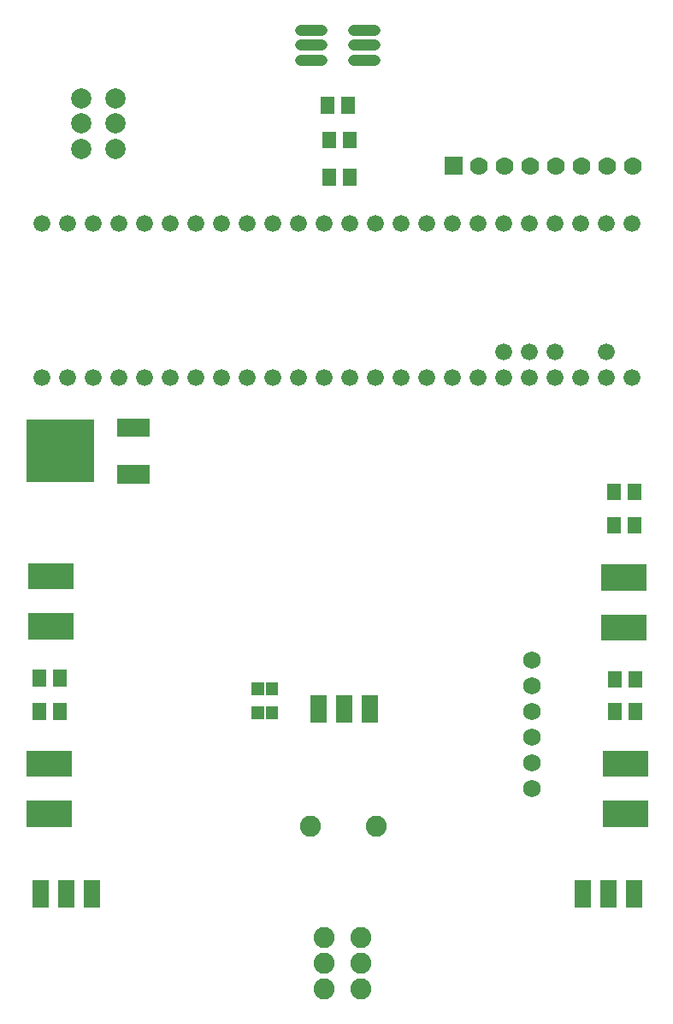
<source format=gts>
G04 Layer: TopSolderMaskLayer*
G04 EasyEDA v6.2.46, 2019-12-15T16:49:01--8:00*
G04 3ed96cd0468347919694e972acbd498c,95dd31e7bbc04d03a1fa04b442bf807f,10*
G04 Gerber Generator version 0.2*
G04 Scale: 100 percent, Rotated: No, Reflected: No *
G04 Dimensions in millimeters *
G04 leading zeros omitted , absolute positions ,3 integer and 3 decimal *
%FSLAX33Y33*%
%MOMM*%
G90*
G71D02*

%ADD34C,1.103198*%
%ADD35C,1.676400*%
%ADD37C,2.082800*%
%ADD40C,1.727200*%
%ADD43C,1.778000*%
%ADD46C,2.003196*%

%LPD*%
G54D34*
G01X29176Y97155D02*
G01X31276Y97155D01*
G01X29176Y95653D02*
G01X31276Y95653D01*
G01X29176Y94155D02*
G01X31276Y94155D01*
G01X34426Y97155D02*
G01X36526Y97155D01*
G01X34426Y95653D02*
G01X36526Y95653D01*
G01X34426Y94155D02*
G01X36526Y94155D01*
G54D35*
G01X61947Y77979D03*
G01X59407Y77979D03*
G01X56867Y77979D03*
G01X54327Y77979D03*
G01X51787Y77979D03*
G01X49247Y77979D03*
G01X46707Y77979D03*
G01X44167Y77979D03*
G01X41627Y77979D03*
G01X39087Y77979D03*
G01X36547Y77979D03*
G01X34007Y77979D03*
G01X31467Y77979D03*
G01X28927Y77979D03*
G01X23847Y77979D03*
G01X21307Y77979D03*
G01X18767Y77979D03*
G01X16227Y77979D03*
G01X28927Y62739D03*
G01X31467Y62739D03*
G01X34007Y62739D03*
G01X36547Y62739D03*
G01X39087Y62739D03*
G01X41627Y62739D03*
G01X44167Y62739D03*
G01X46707Y62739D03*
G01X49247Y62739D03*
G01X51787Y62739D03*
G01X54327Y62739D03*
G01X56867Y62739D03*
G01X59407Y62739D03*
G01X61947Y62739D03*
G01X59407Y65279D03*
G01X54327Y65279D03*
G01X51787Y65279D03*
G01X49247Y65279D03*
G01X26387Y77979D03*
G01X16227Y62739D03*
G01X18767Y62739D03*
G01X21307Y62739D03*
G01X23847Y62739D03*
G01X26387Y62739D03*
G01X13687Y77979D03*
G01X11147Y77979D03*
G01X8607Y77979D03*
G01X6067Y77979D03*
G01X3527Y77979D03*
G01X3527Y62739D03*
G01X13687Y62739D03*
G01X11147Y62739D03*
G01X8607Y62739D03*
G01X6067Y62739D03*
G36*
G01X24353Y31351D02*
G01X24353Y32656D01*
G01X25554Y32656D01*
G01X25554Y31351D01*
G01X24353Y31351D01*
G37*
G36*
G01X25753Y31351D02*
G01X25753Y32656D01*
G01X26954Y32656D01*
G01X26954Y31351D01*
G01X25753Y31351D01*
G37*
G54D37*
G01X30149Y18415D03*
G01X36652Y18415D03*
G01X35179Y7366D03*
G01X35179Y4826D03*
G01X35179Y2286D03*
G01X31496Y7366D03*
G01X31496Y4826D03*
G01X31496Y2286D03*
G36*
G01X2049Y52397D02*
G01X2049Y58600D01*
G01X8752Y58600D01*
G01X8752Y52397D01*
G01X2049Y52397D01*
G37*
G36*
G01X11033Y52298D02*
G01X11033Y54102D01*
G01X14236Y54102D01*
G01X14236Y52298D01*
G01X11033Y52298D01*
G37*
G36*
G01X11026Y56896D02*
G01X11026Y58699D01*
G01X14231Y58699D01*
G01X14231Y56896D01*
G01X11026Y56896D01*
G37*
G54D40*
G01X52070Y34798D03*
G01X52070Y32258D03*
G01X52070Y29718D03*
G01X52070Y27178D03*
G01X52070Y24638D03*
G01X52070Y22098D03*
G36*
G01X59517Y47307D02*
G01X59517Y48958D01*
G01X60878Y48958D01*
G01X60878Y47307D01*
G01X59517Y47307D01*
G37*
G36*
G01X61549Y47307D02*
G01X61549Y48958D01*
G01X62910Y48958D01*
G01X62910Y47307D01*
G01X61549Y47307D01*
G37*
G36*
G01X59644Y28892D02*
G01X59644Y30543D01*
G01X61005Y30543D01*
G01X61005Y28892D01*
G01X59644Y28892D01*
G37*
G36*
G01X61676Y28892D02*
G01X61676Y30543D01*
G01X63037Y30543D01*
G01X63037Y28892D01*
G01X61676Y28892D01*
G37*
G36*
G01X2621Y28892D02*
G01X2621Y30543D01*
G01X3982Y30543D01*
G01X3982Y28892D01*
G01X2621Y28892D01*
G37*
G36*
G01X4653Y28892D02*
G01X4653Y30543D01*
G01X6014Y30543D01*
G01X6014Y28892D01*
G01X4653Y28892D01*
G37*
G36*
G01X31196Y88836D02*
G01X31196Y90487D01*
G01X32557Y90487D01*
G01X32557Y88836D01*
G01X31196Y88836D01*
G37*
G36*
G01X33228Y88836D02*
G01X33228Y90487D01*
G01X34589Y90487D01*
G01X34589Y88836D01*
G01X33228Y88836D01*
G37*
G36*
G01X24353Y28938D02*
G01X24353Y30243D01*
G01X25554Y30243D01*
G01X25554Y28938D01*
G01X24353Y28938D01*
G37*
G36*
G01X25753Y28938D02*
G01X25753Y30243D01*
G01X26954Y30243D01*
G01X26954Y28938D01*
G01X25753Y28938D01*
G37*
G36*
G01X43434Y82804D02*
G01X43434Y84582D01*
G01X45212Y84582D01*
G01X45212Y82804D01*
G01X43434Y82804D01*
G37*
G54D43*
G01X46863Y83693D03*
G01X49403Y83693D03*
G01X51943Y83693D03*
G01X54483Y83693D03*
G01X57023Y83693D03*
G01X59563Y83693D03*
G01X62103Y83693D03*
G36*
G01X30180Y28595D02*
G01X30180Y31346D01*
G01X31798Y31346D01*
G01X31798Y28595D01*
G01X30180Y28595D01*
G37*
G36*
G01X32720Y28595D02*
G01X32720Y31346D01*
G01X34338Y31346D01*
G01X34338Y28595D01*
G01X32720Y28595D01*
G37*
G36*
G01X35260Y28595D02*
G01X35260Y31346D01*
G01X36878Y31346D01*
G01X36878Y28595D01*
G01X35260Y28595D01*
G37*
G36*
G01X56342Y10307D02*
G01X56342Y13058D01*
G01X57960Y13058D01*
G01X57960Y10307D01*
G01X56342Y10307D01*
G37*
G36*
G01X58882Y10307D02*
G01X58882Y13058D01*
G01X60500Y13058D01*
G01X60500Y10307D01*
G01X58882Y10307D01*
G37*
G36*
G01X61422Y10307D02*
G01X61422Y13058D01*
G01X63040Y13058D01*
G01X63040Y10307D01*
G01X61422Y10307D01*
G37*
G36*
G01X2621Y10307D02*
G01X2621Y13058D01*
G01X4239Y13058D01*
G01X4239Y10307D01*
G01X2621Y10307D01*
G37*
G36*
G01X5161Y10307D02*
G01X5161Y13058D01*
G01X6779Y13058D01*
G01X6779Y10307D01*
G01X5161Y10307D01*
G37*
G36*
G01X7701Y10307D02*
G01X7701Y13058D01*
G01X9319Y13058D01*
G01X9319Y10307D01*
G01X7701Y10307D01*
G37*
G36*
G01X31323Y85407D02*
G01X31323Y87058D01*
G01X32684Y87058D01*
G01X32684Y85407D01*
G01X31323Y85407D01*
G37*
G36*
G01X33355Y85407D02*
G01X33355Y87058D01*
G01X34716Y87058D01*
G01X34716Y85407D01*
G01X33355Y85407D01*
G37*
G36*
G01X31323Y81724D02*
G01X31323Y83375D01*
G01X32684Y83375D01*
G01X32684Y81724D01*
G01X31323Y81724D01*
G37*
G36*
G01X33355Y81724D02*
G01X33355Y83375D01*
G01X34716Y83375D01*
G01X34716Y81724D01*
G01X33355Y81724D01*
G37*
G36*
G01X59517Y50609D02*
G01X59517Y52260D01*
G01X60878Y52260D01*
G01X60878Y50609D01*
G01X59517Y50609D01*
G37*
G36*
G01X61549Y50609D02*
G01X61549Y52260D01*
G01X62910Y52260D01*
G01X62910Y50609D01*
G01X61549Y50609D01*
G37*
G36*
G01X59644Y32067D02*
G01X59644Y33718D01*
G01X61005Y33718D01*
G01X61005Y32067D01*
G01X59644Y32067D01*
G37*
G36*
G01X61676Y32067D02*
G01X61676Y33718D01*
G01X63037Y33718D01*
G01X63037Y32067D01*
G01X61676Y32067D01*
G37*
G36*
G01X2621Y32194D02*
G01X2621Y33845D01*
G01X3982Y33845D01*
G01X3982Y32194D01*
G01X2621Y32194D01*
G37*
G36*
G01X4653Y32194D02*
G01X4653Y33845D01*
G01X6014Y33845D01*
G01X6014Y32194D01*
G01X4653Y32194D01*
G37*
G36*
G01X2202Y36857D02*
G01X2202Y39441D01*
G01X6690Y39441D01*
G01X6690Y36857D01*
G01X2202Y36857D01*
G37*
G36*
G01X2202Y41836D02*
G01X2202Y44419D01*
G01X6690Y44419D01*
G01X6690Y41836D01*
G01X2202Y41836D01*
G37*
G36*
G01X58968Y41709D02*
G01X58968Y44292D01*
G01X63459Y44292D01*
G01X63459Y41709D01*
G01X58968Y41709D01*
G37*
G36*
G01X58968Y36730D02*
G01X58968Y39314D01*
G01X63459Y39314D01*
G01X63459Y36730D01*
G01X58968Y36730D01*
G37*
G36*
G01X59095Y23294D02*
G01X59095Y25877D01*
G01X63586Y25877D01*
G01X63586Y23294D01*
G01X59095Y23294D01*
G37*
G36*
G01X59095Y18315D02*
G01X59095Y20899D01*
G01X63586Y20899D01*
G01X63586Y18315D01*
G01X59095Y18315D01*
G37*
G36*
G01X2075Y18315D02*
G01X2075Y20899D01*
G01X6563Y20899D01*
G01X6563Y18315D01*
G01X2075Y18315D01*
G37*
G36*
G01X2075Y23294D02*
G01X2075Y25877D01*
G01X6563Y25877D01*
G01X6563Y23294D01*
G01X2075Y23294D01*
G37*
G54D46*
G01X7443Y87884D03*
G01X7443Y85384D03*
G01X10844Y90383D03*
G01X10844Y87884D03*
G01X10844Y85384D03*
G01X7443Y90383D03*
M00*
M02*

</source>
